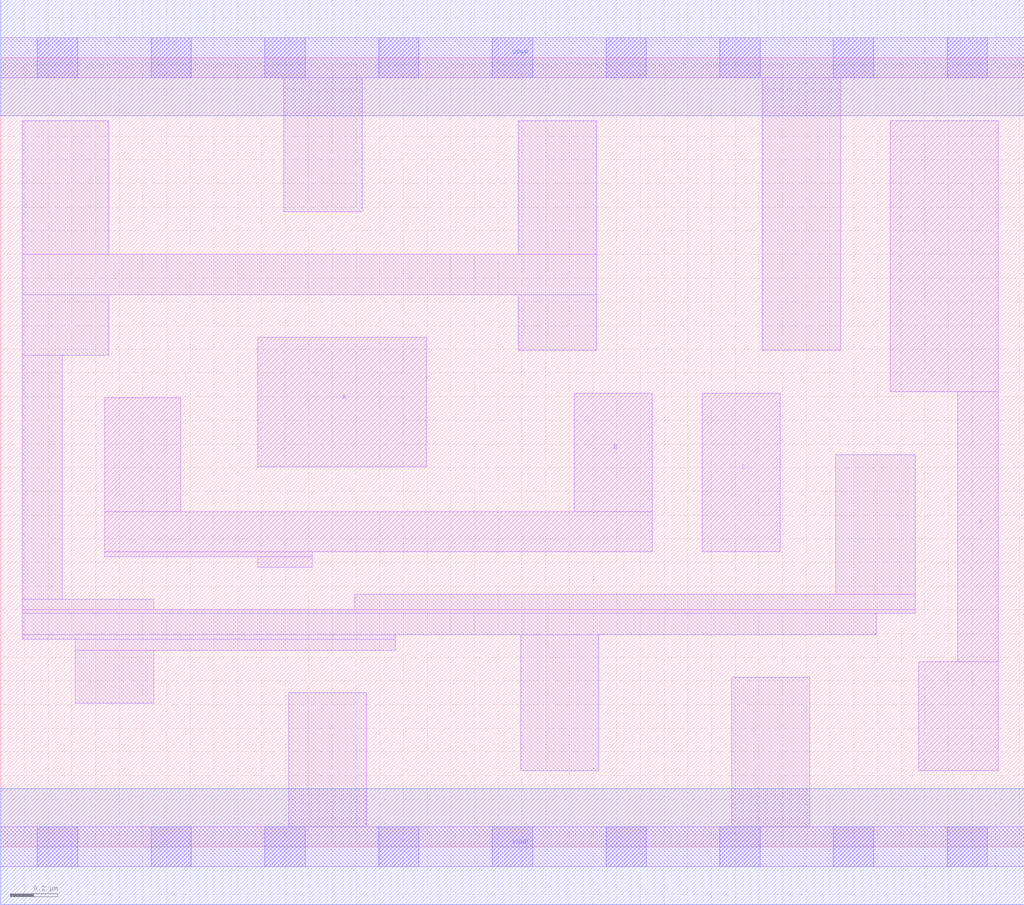
<source format=lef>
# Copyright 2020 The SkyWater PDK Authors
#
# Licensed under the Apache License, Version 2.0 (the "License");
# you may not use this file except in compliance with the License.
# You may obtain a copy of the License at
#
#     https://www.apache.org/licenses/LICENSE-2.0
#
# Unless required by applicable law or agreed to in writing, software
# distributed under the License is distributed on an "AS IS" BASIS,
# WITHOUT WARRANTIES OR CONDITIONS OF ANY KIND, either express or implied.
# See the License for the specific language governing permissions and
# limitations under the License.
#
# SPDX-License-Identifier: Apache-2.0

VERSION 5.7 ;
  NAMESCASESENSITIVE ON ;
  NOWIREEXTENSIONATPIN ON ;
  DIVIDERCHAR "/" ;
  BUSBITCHARS "[]" ;
UNITS
  DATABASE MICRONS 200 ;
END UNITS
MACRO sky130_fd_sc_lp__maj3_lp
  CLASS CORE ;
  SOURCE USER ;
  FOREIGN sky130_fd_sc_lp__maj3_lp ;
  ORIGIN  0.000000  0.000000 ;
  SIZE  4.320000 BY  3.330000 ;
  SYMMETRY X Y R90 ;
  SITE unit ;
  PIN A
    ANTENNAGATEAREA  0.626000 ;
    DIRECTION INPUT ;
    USE SIGNAL ;
    PORT
      LAYER li1 ;
        RECT 1.085000 1.605000 1.795000 2.150000 ;
    END
  END A
  PIN B
    ANTENNAGATEAREA  0.626000 ;
    DIRECTION INPUT ;
    USE SIGNAL ;
    PORT
      LAYER li1 ;
        RECT 0.440000 1.225000 1.315000 1.245000 ;
        RECT 0.440000 1.245000 2.750000 1.415000 ;
        RECT 0.440000 1.415000 0.760000 1.895000 ;
        RECT 1.085000 1.180000 1.315000 1.225000 ;
        RECT 2.420000 1.415000 2.750000 1.915000 ;
    END
  END B
  PIN C
    ANTENNAGATEAREA  0.626000 ;
    DIRECTION INPUT ;
    USE SIGNAL ;
    PORT
      LAYER li1 ;
        RECT 2.960000 1.245000 3.290000 1.915000 ;
    END
  END C
  PIN X
    ANTENNADIFFAREA  0.404700 ;
    DIRECTION OUTPUT ;
    USE SIGNAL ;
    PORT
      LAYER li1 ;
        RECT 3.755000 1.920000 4.210000 3.065000 ;
        RECT 3.875000 0.320000 4.210000 0.780000 ;
        RECT 4.040000 0.780000 4.210000 1.920000 ;
    END
  END X
  PIN VGND
    DIRECTION INOUT ;
    USE GROUND ;
    PORT
      LAYER met1 ;
        RECT 0.000000 -0.245000 4.320000 0.245000 ;
    END
  END VGND
  PIN VPWR
    DIRECTION INOUT ;
    USE POWER ;
    PORT
      LAYER met1 ;
        RECT 0.000000 3.085000 4.320000 3.575000 ;
    END
  END VPWR
  OBS
    LAYER li1 ;
      RECT 0.000000 -0.085000 4.320000 0.085000 ;
      RECT 0.000000  3.245000 4.320000 3.415000 ;
      RECT 0.090000  0.875000 1.665000 0.895000 ;
      RECT 0.090000  0.895000 3.695000 0.985000 ;
      RECT 0.090000  0.985000 3.860000 1.000000 ;
      RECT 0.090000  1.000000 0.645000 1.045000 ;
      RECT 0.090000  1.045000 0.260000 2.075000 ;
      RECT 0.090000  2.075000 0.455000 2.330000 ;
      RECT 0.090000  2.330000 2.515000 2.500000 ;
      RECT 0.090000  2.500000 0.455000 3.065000 ;
      RECT 0.315000  0.605000 0.645000 0.830000 ;
      RECT 0.315000  0.830000 1.665000 0.875000 ;
      RECT 1.195000  2.680000 1.525000 3.245000 ;
      RECT 1.215000  0.085000 1.545000 0.650000 ;
      RECT 1.495000  1.000000 3.860000 1.065000 ;
      RECT 2.185000  2.095000 2.515000 2.330000 ;
      RECT 2.185000  2.500000 2.515000 3.065000 ;
      RECT 2.195000  0.320000 2.525000 0.895000 ;
      RECT 3.085000  0.085000 3.415000 0.715000 ;
      RECT 3.215000  2.095000 3.545000 3.245000 ;
      RECT 3.525000  1.065000 3.860000 1.655000 ;
    LAYER mcon ;
      RECT 0.155000 -0.085000 0.325000 0.085000 ;
      RECT 0.155000  3.245000 0.325000 3.415000 ;
      RECT 0.635000 -0.085000 0.805000 0.085000 ;
      RECT 0.635000  3.245000 0.805000 3.415000 ;
      RECT 1.115000 -0.085000 1.285000 0.085000 ;
      RECT 1.115000  3.245000 1.285000 3.415000 ;
      RECT 1.595000 -0.085000 1.765000 0.085000 ;
      RECT 1.595000  3.245000 1.765000 3.415000 ;
      RECT 2.075000 -0.085000 2.245000 0.085000 ;
      RECT 2.075000  3.245000 2.245000 3.415000 ;
      RECT 2.555000 -0.085000 2.725000 0.085000 ;
      RECT 2.555000  3.245000 2.725000 3.415000 ;
      RECT 3.035000 -0.085000 3.205000 0.085000 ;
      RECT 3.035000  3.245000 3.205000 3.415000 ;
      RECT 3.515000 -0.085000 3.685000 0.085000 ;
      RECT 3.515000  3.245000 3.685000 3.415000 ;
      RECT 3.995000 -0.085000 4.165000 0.085000 ;
      RECT 3.995000  3.245000 4.165000 3.415000 ;
  END
END sky130_fd_sc_lp__maj3_lp
END LIBRARY

</source>
